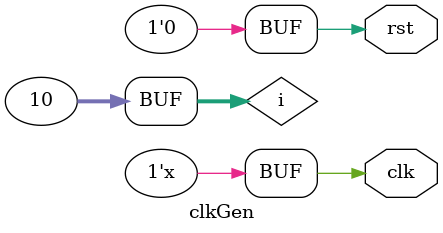
<source format=v>
`timescale 100ns/100ps

module clkGen (clk, rst);

	parameter integer FKHZ = 1000;
	localparam real I_MAX = 1000/(FKHZ);

	output clk,rst;
	reg clk,rst;
	initial 
	begin
	clk = 1;
	rst = 1;
	end

	integer i;
	always begin
		for (i=0; i<(I_MAX*10); i=i+2) begin
			#1;
		end
	rst = 0;
	clk = ~clk;
	end

endmodule

</source>
